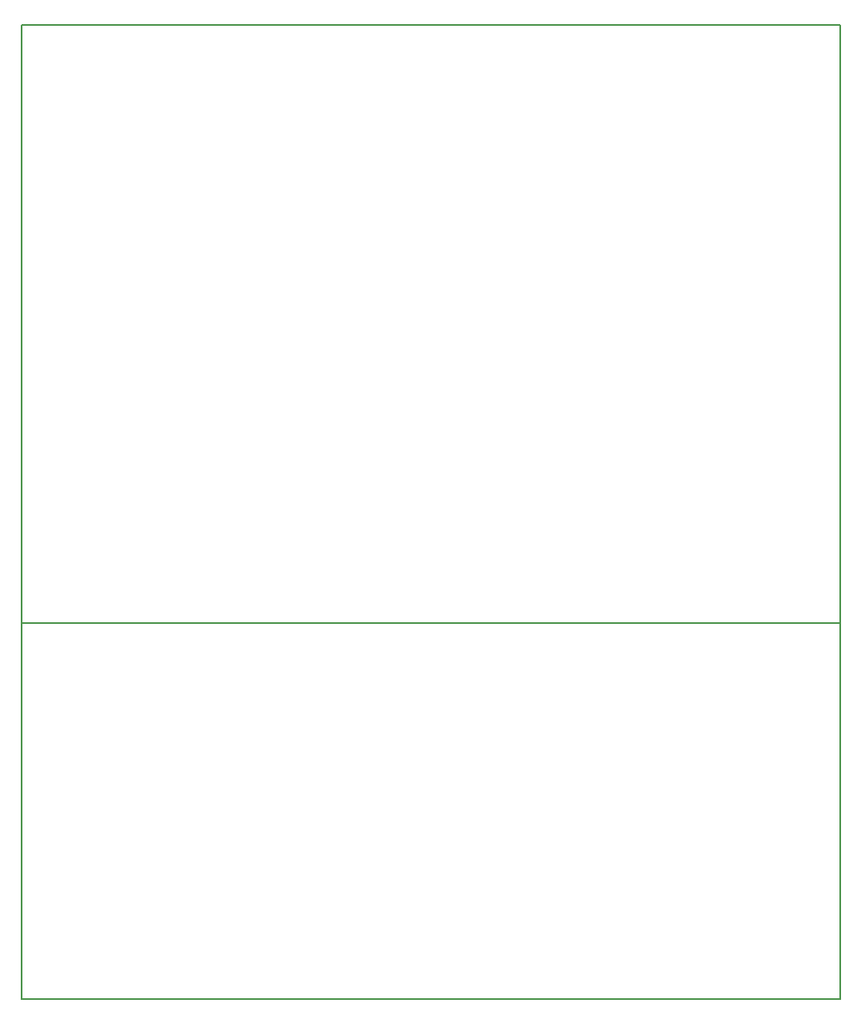
<source format=gbr>
%TF.GenerationSoftware,KiCad,Pcbnew,5.0.0-fee4fd1~66~ubuntu18.04.1*%
%TF.CreationDate,2019-06-24T19:08:59-03:00*%
%TF.ProjectId,Placa tesis,506C6163612074657369732E6B696361,rev?*%
%TF.SameCoordinates,Original*%
%TF.FileFunction,Profile,NP*%
%FSLAX46Y46*%
G04 Gerber Fmt 4.6, Leading zero omitted, Abs format (unit mm)*
G04 Created by KiCad (PCBNEW 5.0.0-fee4fd1~66~ubuntu18.04.1) date Mon Jun 24 19:08:59 2019*
%MOMM*%
%LPD*%
G01*
G04 APERTURE LIST*
%ADD10C,0.150000*%
G04 APERTURE END LIST*
D10*
X70485000Y-140119100D02*
X153924000Y-140119100D01*
X70485000Y-101854000D02*
X153924000Y-101854000D01*
X153924000Y-41021000D02*
X153924000Y-140119100D01*
X70485000Y-41021000D02*
X70485000Y-140119100D01*
X70485000Y-41021000D02*
X153924000Y-41021000D01*
M02*

</source>
